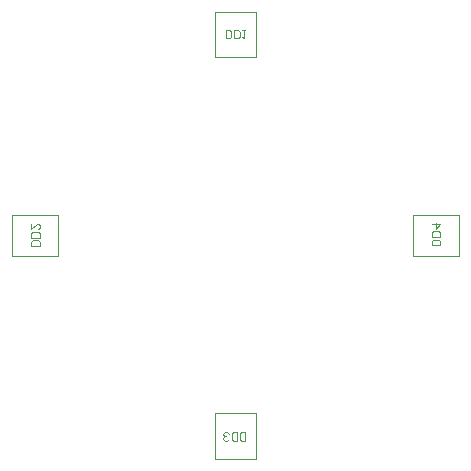
<source format=gbr>
%TF.GenerationSoftware,Altium Limited,Altium Designer,21.6.4 (81)*%
G04 Layer_Color=32896*
%FSLAX43Y43*%
%MOMM*%
%TF.SameCoordinates,7E1728C7-8053-4159-852C-9F5DCDCDAABE*%
%TF.FilePolarity,Positive*%
%TF.FileFunction,Other,Bottom_Assembly*%
%TF.Part,Single*%
G01*
G75*
%TA.AperFunction,NonConductor*%
%ADD31C,0.100*%
D31*
X-1750Y-15075D02*
X1750D01*
X-1750Y-18950D02*
X1750D01*
X-1750D02*
Y-15075D01*
X1750Y-18950D02*
Y-15075D01*
X-15075Y-1750D02*
Y1750D01*
X-18950Y-1750D02*
Y1750D01*
X-15075D01*
X-18950Y-1750D02*
X-15075D01*
X18925D02*
Y1750D01*
X15050Y-1750D02*
Y1750D01*
X18925D01*
X15050Y-1750D02*
X18925D01*
X-1750Y15075D02*
X1750D01*
X-1750Y18950D02*
X1750D01*
Y15075D02*
Y18950D01*
X-1750Y15075D02*
Y18950D01*
X825Y-16675D02*
Y-17375D01*
X475D01*
X358Y-17258D01*
Y-16792D01*
X475Y-16675D01*
X825D01*
X125D02*
Y-17375D01*
X-225D01*
X-341Y-17258D01*
Y-16792D01*
X-225Y-16675D01*
X125D01*
X-575Y-16792D02*
X-691Y-16675D01*
X-924D01*
X-1041Y-16792D01*
Y-16908D01*
X-924Y-17025D01*
X-808D01*
X-924D01*
X-1041Y-17142D01*
Y-17258D01*
X-924Y-17375D01*
X-691D01*
X-575Y-17258D01*
X-16590Y-882D02*
X-17290D01*
Y-532D01*
X-17173Y-416D01*
X-16707D01*
X-16590Y-532D01*
Y-882D01*
Y-182D02*
X-17290D01*
Y168D01*
X-17173Y284D01*
X-16707D01*
X-16590Y168D01*
Y-182D01*
X-17290Y984D02*
Y517D01*
X-16823Y984D01*
X-16707D01*
X-16590Y867D01*
Y634D01*
X-16707Y517D01*
X17325Y-825D02*
X16625D01*
Y-475D01*
X16742Y-358D01*
X17208D01*
X17325Y-475D01*
Y-825D01*
Y-125D02*
X16625D01*
Y225D01*
X16742Y341D01*
X17208D01*
X17325Y225D01*
Y-125D01*
X16625Y924D02*
X17325D01*
X16975Y575D01*
Y1041D01*
X-825Y16675D02*
Y17375D01*
X-475D01*
X-358Y17258D01*
Y16792D01*
X-475Y16675D01*
X-825D01*
X-125D02*
Y17375D01*
X225D01*
X341Y17258D01*
Y16792D01*
X225Y16675D01*
X-125D01*
X575Y17375D02*
X808D01*
X691D01*
Y16675D01*
X575Y16792D01*
%TF.MD5,181a5fea6c40b772c5ecbe6b9fb3fcfb*%
M02*

</source>
